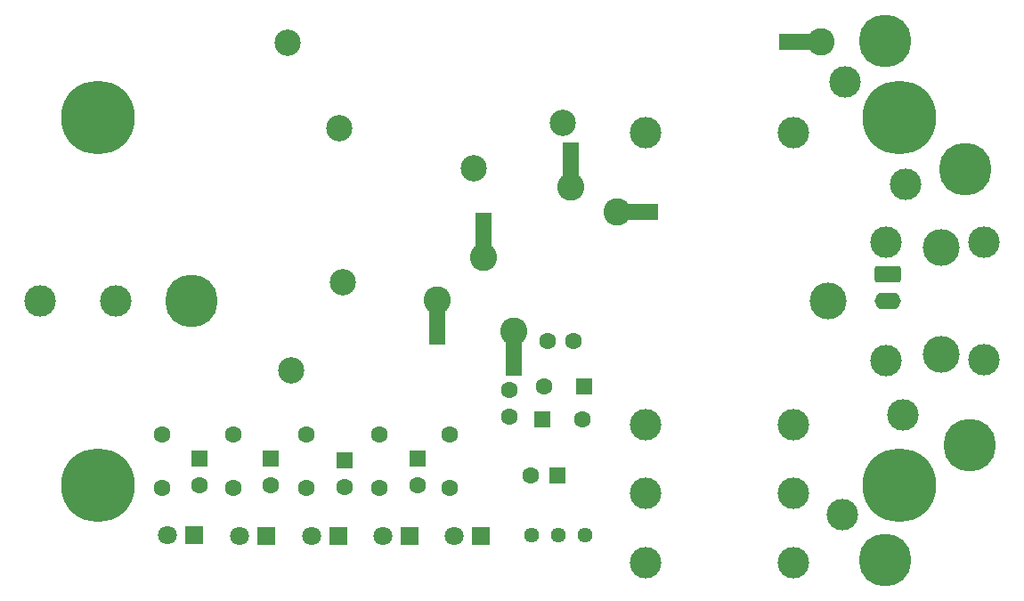
<source format=gbs>
G04 #@! TF.GenerationSoftware,KiCad,Pcbnew,9.0.4*
G04 #@! TF.CreationDate,2026-01-10T10:25:13-05:00*
G04 #@! TF.ProjectId,SignalStreamer,5369676e-616c-4537-9472-65616d65722e,rev?*
G04 #@! TF.SameCoordinates,Original*
G04 #@! TF.FileFunction,Soldermask,Bot*
G04 #@! TF.FilePolarity,Negative*
%FSLAX46Y46*%
G04 Gerber Fmt 4.6, Leading zero omitted, Abs format (unit mm)*
G04 Created by KiCad (PCBNEW 9.0.4) date 2026-01-10 10:25:13*
%MOMM*%
%LPD*%
G01*
G04 APERTURE LIST*
G04 Aperture macros list*
%AMRoundRect*
0 Rectangle with rounded corners*
0 $1 Rounding radius*
0 $2 $3 $4 $5 $6 $7 $8 $9 X,Y pos of 4 corners*
0 Add a 4 corners polygon primitive as box body*
4,1,4,$2,$3,$4,$5,$6,$7,$8,$9,$2,$3,0*
0 Add four circle primitives for the rounded corners*
1,1,$1+$1,$2,$3*
1,1,$1+$1,$4,$5*
1,1,$1+$1,$6,$7*
1,1,$1+$1,$8,$9*
0 Add four rect primitives between the rounded corners*
20,1,$1+$1,$2,$3,$4,$5,0*
20,1,$1+$1,$4,$5,$6,$7,0*
20,1,$1+$1,$6,$7,$8,$9,0*
20,1,$1+$1,$8,$9,$2,$3,0*%
G04 Aperture macros list end*
%ADD10R,1.524000X5.000000*%
%ADD11C,2.600000*%
%ADD12C,5.000000*%
%ADD13RoundRect,0.250000X-0.550000X0.550000X-0.550000X-0.550000X0.550000X-0.550000X0.550000X0.550000X0*%
%ADD14C,1.600000*%
%ADD15C,2.500000*%
%ADD16C,3.000000*%
%ADD17R,1.800000X1.800000*%
%ADD18C,1.800000*%
%ADD19O,2.500000X1.600000*%
%ADD20C,3.500000*%
%ADD21RoundRect,0.250000X-1.000000X0.550000X-1.000000X-0.550000X1.000000X-0.550000X1.000000X0.550000X0*%
%ADD22RoundRect,0.250000X0.550000X0.550000X-0.550000X0.550000X-0.550000X-0.550000X0.550000X-0.550000X0*%
%ADD23C,7.000000*%
%ADD24R,5.000000X1.524000*%
%ADD25RoundRect,0.250000X-0.550000X-0.550000X0.550000X-0.550000X0.550000X0.550000X-0.550000X0.550000X0*%
%ADD26C,1.440000*%
G04 APERTURE END LIST*
D10*
X88535900Y-82062800D03*
D11*
X88535900Y-83862800D03*
X91405900Y-90872800D03*
D10*
X91405900Y-92672800D03*
D11*
X84175900Y-87892800D03*
D10*
X84175900Y-89692800D03*
X96825900Y-75362800D03*
D11*
X96825900Y-77162800D03*
D12*
X126710000Y-63270000D03*
X134760000Y-101730000D03*
X134400000Y-75470000D03*
D13*
X82280000Y-103014315D03*
D14*
X82280000Y-105554315D03*
D15*
X87610000Y-75360000D03*
X69900000Y-63490000D03*
D16*
X128460000Y-98850000D03*
D17*
X61065000Y-110280000D03*
D18*
X58525000Y-110280000D03*
D14*
X85390000Y-100695000D03*
X85390000Y-105775000D03*
D13*
X61550000Y-103000000D03*
D14*
X61550000Y-105540000D03*
D19*
X126980000Y-88034900D03*
D20*
X132060000Y-82954900D03*
D21*
X126980000Y-85494900D03*
D20*
X132060000Y-93114900D03*
D15*
X74880000Y-71620000D03*
D22*
X95566369Y-104570000D03*
D14*
X93066369Y-104570000D03*
D12*
X126710000Y-112680000D03*
D23*
X128125000Y-70572400D03*
D13*
X75380000Y-103134315D03*
D14*
X75380000Y-105674315D03*
D20*
X121330000Y-88034900D03*
D13*
X68360000Y-103000000D03*
D14*
X68360000Y-105540000D03*
D16*
X122970000Y-67190000D03*
X128660000Y-76910000D03*
D23*
X51925000Y-105497400D03*
D16*
X53600000Y-88034900D03*
D15*
X70290000Y-94590000D03*
D14*
X71700000Y-100730000D03*
X71700000Y-105810000D03*
D12*
X60790000Y-88034900D03*
D23*
X128125000Y-105497400D03*
D16*
X122650000Y-108300000D03*
D14*
X91010000Y-99000000D03*
X91010000Y-96500000D03*
D17*
X81550000Y-110350000D03*
D18*
X79010000Y-110350000D03*
D16*
X104010000Y-72020000D03*
X104010000Y-99760000D03*
X104010000Y-106310000D03*
X104010000Y-112890000D03*
X118050000Y-72020000D03*
X118050000Y-99760000D03*
X118050000Y-106310000D03*
X118050000Y-112890000D03*
D11*
X101230000Y-79560000D03*
D24*
X102730000Y-79560000D03*
X119100000Y-63370000D03*
D11*
X120660000Y-63370000D03*
D25*
X94170000Y-99240000D03*
D14*
X97980000Y-99240000D03*
D23*
X51925000Y-70572400D03*
D14*
X78640000Y-100675000D03*
X78640000Y-105755000D03*
D15*
X75170000Y-86270000D03*
D22*
X98160686Y-96170000D03*
D14*
X94350686Y-96170000D03*
D17*
X74735000Y-110360000D03*
D18*
X72195000Y-110360000D03*
D26*
X98250000Y-110300000D03*
X95710000Y-110300000D03*
X93170000Y-110300000D03*
D14*
X97150000Y-91800000D03*
X94650000Y-91800000D03*
X58040000Y-100745000D03*
X58040000Y-105825000D03*
D16*
X126800000Y-93660000D03*
X136120000Y-93610000D03*
X126850000Y-82390000D03*
D14*
X64770000Y-100730000D03*
X64770000Y-105810000D03*
D16*
X136120000Y-82440000D03*
D17*
X67875000Y-110320000D03*
D18*
X65335000Y-110320000D03*
D15*
X96130000Y-71050000D03*
D17*
X88335000Y-110350000D03*
D18*
X85795000Y-110350000D03*
D16*
X46410000Y-88034900D03*
M02*

</source>
